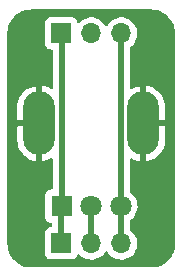
<source format=gbr>
%TF.GenerationSoftware,KiCad,Pcbnew,(6.0.9-0)*%
%TF.CreationDate,2024-06-20T10:22:48+02:00*%
%TF.ProjectId,pot-adapter,706f742d-6164-4617-9074-65722e6b6963,rev?*%
%TF.SameCoordinates,Original*%
%TF.FileFunction,Copper,L1,Top*%
%TF.FilePolarity,Positive*%
%FSLAX46Y46*%
G04 Gerber Fmt 4.6, Leading zero omitted, Abs format (unit mm)*
G04 Created by KiCad (PCBNEW (6.0.9-0)) date 2024-06-20 10:22:48*
%MOMM*%
%LPD*%
G01*
G04 APERTURE LIST*
%TA.AperFunction,ComponentPad*%
%ADD10R,1.700000X1.700000*%
%TD*%
%TA.AperFunction,ComponentPad*%
%ADD11O,1.700000X1.700000*%
%TD*%
%TA.AperFunction,ComponentPad*%
%ADD12O,2.700000X5.400000*%
%TD*%
%TA.AperFunction,ComponentPad*%
%ADD13R,1.800000X1.800000*%
%TD*%
%TA.AperFunction,ComponentPad*%
%ADD14C,1.800000*%
%TD*%
%TA.AperFunction,Conductor*%
%ADD15C,0.500000*%
%TD*%
G04 APERTURE END LIST*
D10*
%TO.P,J2,1,Pin_1*%
%TO.N,/pin1*%
X109220000Y-111760000D03*
D11*
%TO.P,J2,2,Pin_2*%
%TO.N,/pin2*%
X111760000Y-111760000D03*
%TO.P,J2,3,Pin_3*%
%TO.N,/pin3*%
X114300000Y-111760000D03*
%TD*%
D10*
%TO.P,J1,1,Pin_1*%
%TO.N,/pin1*%
X109220000Y-129540000D03*
D11*
%TO.P,J1,2,Pin_2*%
%TO.N,/pin2*%
X111760000Y-129540000D03*
%TO.P,J1,3,Pin_3*%
%TO.N,/pin3*%
X114300000Y-129540000D03*
%TD*%
D12*
%TO.P,RV1,0,ShieldPin*%
%TO.N,/mounting*%
X107360000Y-119380000D03*
X116160000Y-119380000D03*
D13*
%TO.P,RV1,1,1*%
%TO.N,/pin1*%
X109260000Y-126380000D03*
D14*
%TO.P,RV1,2,2*%
%TO.N,/pin2*%
X111760000Y-126380000D03*
%TO.P,RV1,3,3*%
%TO.N,/pin3*%
X114260000Y-126380000D03*
%TD*%
D15*
%TO.N,/pin1*%
X109220000Y-129540000D02*
X109220000Y-126420000D01*
X109260000Y-126380000D02*
X109260000Y-111800000D01*
X109260000Y-111800000D02*
X109220000Y-111760000D01*
X109220000Y-126420000D02*
X109260000Y-126380000D01*
%TO.N,/pin2*%
X111760000Y-129540000D02*
X111760000Y-126380000D01*
%TO.N,/pin3*%
X114300000Y-126420000D02*
X114260000Y-126380000D01*
X114260000Y-111800000D02*
X114300000Y-111760000D01*
X114260000Y-126380000D02*
X114260000Y-111800000D01*
X114300000Y-129540000D02*
X114300000Y-126420000D01*
%TD*%
%TA.AperFunction,Conductor*%
%TO.N,/mounting*%
G36*
X116810018Y-109730000D02*
G01*
X116824851Y-109732310D01*
X116824855Y-109732310D01*
X116833724Y-109733691D01*
X116842626Y-109732527D01*
X116842629Y-109732527D01*
X116850012Y-109731561D01*
X116874591Y-109730767D01*
X116901442Y-109732527D01*
X117096922Y-109745340D01*
X117113262Y-109747491D01*
X117235477Y-109771801D01*
X117357696Y-109796112D01*
X117373606Y-109800375D01*
X117609600Y-109880484D01*
X117624826Y-109886791D01*
X117848342Y-109997016D01*
X117862616Y-110005257D01*
X118069829Y-110143713D01*
X118082905Y-110153746D01*
X118270278Y-110318068D01*
X118281932Y-110329722D01*
X118446254Y-110517095D01*
X118456287Y-110530171D01*
X118594743Y-110737384D01*
X118602984Y-110751658D01*
X118713209Y-110975174D01*
X118719515Y-110990398D01*
X118799625Y-111226394D01*
X118803889Y-111242307D01*
X118852509Y-111486738D01*
X118854660Y-111503078D01*
X118868763Y-111718236D01*
X118867733Y-111741350D01*
X118867690Y-111744854D01*
X118866309Y-111753724D01*
X118867473Y-111762626D01*
X118867473Y-111762628D01*
X118870436Y-111785283D01*
X118871500Y-111801621D01*
X118871500Y-129490633D01*
X118870000Y-129510018D01*
X118867690Y-129524851D01*
X118867690Y-129524855D01*
X118866309Y-129533724D01*
X118867473Y-129542626D01*
X118867473Y-129542629D01*
X118868439Y-129550012D01*
X118869233Y-129574591D01*
X118854660Y-129796922D01*
X118852509Y-129813262D01*
X118808034Y-130036857D01*
X118803889Y-130057693D01*
X118799625Y-130073606D01*
X118744012Y-130237438D01*
X118719516Y-130309600D01*
X118713209Y-130324826D01*
X118602984Y-130548342D01*
X118594743Y-130562616D01*
X118456287Y-130769829D01*
X118446254Y-130782905D01*
X118281932Y-130970278D01*
X118270278Y-130981932D01*
X118082905Y-131146254D01*
X118069829Y-131156287D01*
X117862616Y-131294743D01*
X117848342Y-131302984D01*
X117624826Y-131413209D01*
X117609602Y-131419515D01*
X117373606Y-131499625D01*
X117357696Y-131503888D01*
X117235478Y-131528199D01*
X117113262Y-131552509D01*
X117096922Y-131554660D01*
X116948134Y-131564413D01*
X116881763Y-131568763D01*
X116858650Y-131567733D01*
X116855146Y-131567690D01*
X116846276Y-131566309D01*
X116837374Y-131567473D01*
X116837372Y-131567473D01*
X116823915Y-131569233D01*
X116814714Y-131570436D01*
X116798379Y-131571500D01*
X106729367Y-131571500D01*
X106709982Y-131570000D01*
X106695149Y-131567690D01*
X106695145Y-131567690D01*
X106686276Y-131566309D01*
X106677374Y-131567473D01*
X106677371Y-131567473D01*
X106669988Y-131568439D01*
X106645409Y-131569233D01*
X106600799Y-131566309D01*
X106423078Y-131554660D01*
X106406738Y-131552509D01*
X106284522Y-131528199D01*
X106162304Y-131503888D01*
X106146394Y-131499625D01*
X105910398Y-131419515D01*
X105895174Y-131413209D01*
X105671658Y-131302984D01*
X105657384Y-131294743D01*
X105450171Y-131156287D01*
X105437095Y-131146254D01*
X105249722Y-130981932D01*
X105238068Y-130970278D01*
X105073746Y-130782905D01*
X105063713Y-130769829D01*
X104925257Y-130562616D01*
X104917016Y-130548342D01*
X104806791Y-130324826D01*
X104800484Y-130309600D01*
X104775988Y-130237438D01*
X104720375Y-130073606D01*
X104716111Y-130057693D01*
X104711967Y-130036857D01*
X104667491Y-129813262D01*
X104665340Y-129796922D01*
X104651476Y-129585407D01*
X104652650Y-129562232D01*
X104652334Y-129562204D01*
X104652770Y-129557344D01*
X104653576Y-129552552D01*
X104653729Y-129540000D01*
X104649773Y-129512376D01*
X104648500Y-129494514D01*
X104648500Y-120796206D01*
X105502000Y-120796206D01*
X105502165Y-120800777D01*
X105516213Y-120994380D01*
X105517527Y-121003389D01*
X105573689Y-121257769D01*
X105576292Y-121266499D01*
X105668586Y-121510107D01*
X105672421Y-121518368D01*
X105798915Y-121746101D01*
X105803905Y-121753726D01*
X105961946Y-121960809D01*
X105967986Y-121967636D01*
X106154264Y-122149735D01*
X106161226Y-122155618D01*
X106371843Y-122308922D01*
X106379573Y-122313733D01*
X106610122Y-122435031D01*
X106618472Y-122438678D01*
X106864099Y-122525419D01*
X106872894Y-122527825D01*
X107088225Y-122570267D01*
X107101137Y-122569088D01*
X107105939Y-122554174D01*
X107614000Y-122554174D01*
X107618251Y-122568651D01*
X107630512Y-122570714D01*
X107666133Y-122567315D01*
X107675125Y-122565795D01*
X107928158Y-122503878D01*
X107936827Y-122501078D01*
X108178282Y-122403278D01*
X108186449Y-122399259D01*
X108311834Y-122325843D01*
X108380726Y-122308683D01*
X108447959Y-122331494D01*
X108492186Y-122387032D01*
X108501500Y-122434575D01*
X108501500Y-124845500D01*
X108481498Y-124913621D01*
X108427842Y-124960114D01*
X108375500Y-124971500D01*
X108311866Y-124971500D01*
X108249684Y-124978255D01*
X108113295Y-125029385D01*
X107996739Y-125116739D01*
X107909385Y-125233295D01*
X107858255Y-125369684D01*
X107851500Y-125431866D01*
X107851500Y-127328134D01*
X107858255Y-127390316D01*
X107909385Y-127526705D01*
X107996739Y-127643261D01*
X108113295Y-127730615D01*
X108249684Y-127781745D01*
X108311866Y-127788500D01*
X108335500Y-127788500D01*
X108403621Y-127808502D01*
X108450114Y-127862158D01*
X108461500Y-127914500D01*
X108461500Y-128055500D01*
X108441498Y-128123621D01*
X108387842Y-128170114D01*
X108335500Y-128181500D01*
X108321866Y-128181500D01*
X108259684Y-128188255D01*
X108123295Y-128239385D01*
X108006739Y-128326739D01*
X107919385Y-128443295D01*
X107868255Y-128579684D01*
X107861500Y-128641866D01*
X107861500Y-130438134D01*
X107868255Y-130500316D01*
X107919385Y-130636705D01*
X108006739Y-130753261D01*
X108123295Y-130840615D01*
X108259684Y-130891745D01*
X108321866Y-130898500D01*
X110118134Y-130898500D01*
X110180316Y-130891745D01*
X110316705Y-130840615D01*
X110433261Y-130753261D01*
X110520615Y-130636705D01*
X110553741Y-130548342D01*
X110564598Y-130519382D01*
X110607240Y-130462618D01*
X110673802Y-130437918D01*
X110743150Y-130453126D01*
X110777817Y-130481114D01*
X110806250Y-130513938D01*
X110978126Y-130656632D01*
X111171000Y-130769338D01*
X111379692Y-130849030D01*
X111384760Y-130850061D01*
X111384763Y-130850062D01*
X111492017Y-130871883D01*
X111598597Y-130893567D01*
X111603772Y-130893757D01*
X111603774Y-130893757D01*
X111816673Y-130901564D01*
X111816677Y-130901564D01*
X111821837Y-130901753D01*
X111826957Y-130901097D01*
X111826959Y-130901097D01*
X112038288Y-130874025D01*
X112038289Y-130874025D01*
X112043416Y-130873368D01*
X112048366Y-130871883D01*
X112252429Y-130810661D01*
X112252434Y-130810659D01*
X112257384Y-130809174D01*
X112457994Y-130710896D01*
X112639860Y-130581173D01*
X112798096Y-130423489D01*
X112928453Y-130242077D01*
X112929776Y-130243028D01*
X112976645Y-130199857D01*
X113046580Y-130187625D01*
X113112026Y-130215144D01*
X113139875Y-130246994D01*
X113199987Y-130345088D01*
X113346250Y-130513938D01*
X113518126Y-130656632D01*
X113711000Y-130769338D01*
X113919692Y-130849030D01*
X113924760Y-130850061D01*
X113924763Y-130850062D01*
X114032017Y-130871883D01*
X114138597Y-130893567D01*
X114143772Y-130893757D01*
X114143774Y-130893757D01*
X114356673Y-130901564D01*
X114356677Y-130901564D01*
X114361837Y-130901753D01*
X114366957Y-130901097D01*
X114366959Y-130901097D01*
X114578288Y-130874025D01*
X114578289Y-130874025D01*
X114583416Y-130873368D01*
X114588366Y-130871883D01*
X114792429Y-130810661D01*
X114792434Y-130810659D01*
X114797384Y-130809174D01*
X114997994Y-130710896D01*
X115179860Y-130581173D01*
X115338096Y-130423489D01*
X115468453Y-130242077D01*
X115489320Y-130199857D01*
X115565136Y-130046453D01*
X115565137Y-130046451D01*
X115567430Y-130041811D01*
X115599900Y-129934940D01*
X115630865Y-129833023D01*
X115630865Y-129833021D01*
X115632370Y-129828069D01*
X115661529Y-129606590D01*
X115662405Y-129570745D01*
X115663074Y-129543365D01*
X115663074Y-129543361D01*
X115663156Y-129540000D01*
X115644852Y-129317361D01*
X115590431Y-129100702D01*
X115501354Y-128895840D01*
X115380014Y-128708277D01*
X115229670Y-128543051D01*
X115106407Y-128445703D01*
X115065345Y-128387785D01*
X115058500Y-128346821D01*
X115058500Y-127605521D01*
X115078502Y-127537400D01*
X115111332Y-127502942D01*
X115168035Y-127462497D01*
X115168046Y-127462488D01*
X115172243Y-127459494D01*
X115336303Y-127296005D01*
X115471458Y-127107917D01*
X115574078Y-126900280D01*
X115641408Y-126678671D01*
X115671640Y-126449041D01*
X115673327Y-126380000D01*
X115667032Y-126303434D01*
X115654773Y-126154318D01*
X115654772Y-126154312D01*
X115654349Y-126149167D01*
X115597925Y-125924533D01*
X115505570Y-125712131D01*
X115379764Y-125517665D01*
X115223887Y-125346358D01*
X115219836Y-125343159D01*
X115219832Y-125343155D01*
X115066408Y-125221989D01*
X115025345Y-125164072D01*
X115018500Y-125123107D01*
X115018500Y-122437656D01*
X115038502Y-122369535D01*
X115092158Y-122323042D01*
X115162432Y-122312938D01*
X115203167Y-122326147D01*
X115410122Y-122435031D01*
X115418472Y-122438678D01*
X115664099Y-122525419D01*
X115672894Y-122527825D01*
X115888225Y-122570267D01*
X115901137Y-122569088D01*
X115905939Y-122554174D01*
X116414000Y-122554174D01*
X116418251Y-122568651D01*
X116430512Y-122570714D01*
X116466133Y-122567315D01*
X116475125Y-122565795D01*
X116728158Y-122503878D01*
X116736827Y-122501078D01*
X116978282Y-122403278D01*
X116986455Y-122399256D01*
X117211253Y-122267632D01*
X117218765Y-122262469D01*
X117422213Y-122099769D01*
X117428896Y-122093580D01*
X117606733Y-121903206D01*
X117612443Y-121896129D01*
X117760934Y-121682082D01*
X117765571Y-121674241D01*
X117881604Y-121441003D01*
X117885060Y-121432578D01*
X117966212Y-121185026D01*
X117968412Y-121176201D01*
X118013103Y-120918811D01*
X118013950Y-120911193D01*
X118017922Y-120831408D01*
X118018000Y-120828267D01*
X118018000Y-119652115D01*
X118013525Y-119636876D01*
X118012135Y-119635671D01*
X118004452Y-119634000D01*
X116432115Y-119634000D01*
X116416876Y-119638475D01*
X116415671Y-119639865D01*
X116414000Y-119647548D01*
X116414000Y-122554174D01*
X115905939Y-122554174D01*
X115906000Y-122553985D01*
X115906000Y-119107885D01*
X116414000Y-119107885D01*
X116418475Y-119123124D01*
X116419865Y-119124329D01*
X116427548Y-119126000D01*
X117999885Y-119126000D01*
X118015124Y-119121525D01*
X118016329Y-119120135D01*
X118018000Y-119112452D01*
X118018000Y-117963794D01*
X118017835Y-117959223D01*
X118003787Y-117765620D01*
X118002473Y-117756611D01*
X117946311Y-117502231D01*
X117943708Y-117493501D01*
X117851414Y-117249893D01*
X117847579Y-117241632D01*
X117721085Y-117013899D01*
X117716095Y-117006274D01*
X117558054Y-116799191D01*
X117552014Y-116792364D01*
X117365736Y-116610265D01*
X117358774Y-116604382D01*
X117148157Y-116451078D01*
X117140427Y-116446267D01*
X116909878Y-116324969D01*
X116901528Y-116321322D01*
X116655901Y-116234581D01*
X116647106Y-116232175D01*
X116431775Y-116189733D01*
X116418863Y-116190912D01*
X116414000Y-116206015D01*
X116414000Y-119107885D01*
X115906000Y-119107885D01*
X115906000Y-116205826D01*
X115901749Y-116191349D01*
X115889488Y-116189286D01*
X115853867Y-116192685D01*
X115844875Y-116194205D01*
X115591842Y-116256122D01*
X115583173Y-116258922D01*
X115341718Y-116356722D01*
X115333551Y-116360741D01*
X115208166Y-116434157D01*
X115139274Y-116451317D01*
X115072041Y-116428506D01*
X115027814Y-116372968D01*
X115018500Y-116325425D01*
X115018500Y-112981164D01*
X115038502Y-112913043D01*
X115071332Y-112878585D01*
X115175656Y-112804172D01*
X115175659Y-112804170D01*
X115179860Y-112801173D01*
X115338096Y-112643489D01*
X115468453Y-112462077D01*
X115489320Y-112419857D01*
X115565136Y-112266453D01*
X115565137Y-112266451D01*
X115567430Y-112261811D01*
X115632370Y-112048069D01*
X115661529Y-111826590D01*
X115662139Y-111801621D01*
X115663074Y-111763365D01*
X115663074Y-111763361D01*
X115663156Y-111760000D01*
X115644852Y-111537361D01*
X115590431Y-111320702D01*
X115501354Y-111115840D01*
X115380014Y-110928277D01*
X115229670Y-110763051D01*
X115225619Y-110759852D01*
X115225615Y-110759848D01*
X115058414Y-110627800D01*
X115058410Y-110627798D01*
X115054359Y-110624598D01*
X114858789Y-110516638D01*
X114853920Y-110514914D01*
X114853916Y-110514912D01*
X114653087Y-110443795D01*
X114653083Y-110443794D01*
X114648212Y-110442069D01*
X114643119Y-110441162D01*
X114643116Y-110441161D01*
X114433373Y-110403800D01*
X114433367Y-110403799D01*
X114428284Y-110402894D01*
X114354452Y-110401992D01*
X114210081Y-110400228D01*
X114210079Y-110400228D01*
X114204911Y-110400165D01*
X113984091Y-110433955D01*
X113771756Y-110503357D01*
X113573607Y-110606507D01*
X113569474Y-110609610D01*
X113569471Y-110609612D01*
X113399100Y-110737530D01*
X113394965Y-110740635D01*
X113391393Y-110744373D01*
X113283729Y-110857037D01*
X113240629Y-110902138D01*
X113133201Y-111059621D01*
X113078293Y-111104621D01*
X113007768Y-111112792D01*
X112944021Y-111081538D01*
X112923324Y-111057054D01*
X112842822Y-110932617D01*
X112842820Y-110932614D01*
X112840014Y-110928277D01*
X112689670Y-110763051D01*
X112685619Y-110759852D01*
X112685615Y-110759848D01*
X112518414Y-110627800D01*
X112518410Y-110627798D01*
X112514359Y-110624598D01*
X112318789Y-110516638D01*
X112313920Y-110514914D01*
X112313916Y-110514912D01*
X112113087Y-110443795D01*
X112113083Y-110443794D01*
X112108212Y-110442069D01*
X112103119Y-110441162D01*
X112103116Y-110441161D01*
X111893373Y-110403800D01*
X111893367Y-110403799D01*
X111888284Y-110402894D01*
X111814452Y-110401992D01*
X111670081Y-110400228D01*
X111670079Y-110400228D01*
X111664911Y-110400165D01*
X111444091Y-110433955D01*
X111231756Y-110503357D01*
X111033607Y-110606507D01*
X111029474Y-110609610D01*
X111029471Y-110609612D01*
X110859100Y-110737530D01*
X110854965Y-110740635D01*
X110798537Y-110799684D01*
X110774283Y-110825064D01*
X110712759Y-110860494D01*
X110641846Y-110857037D01*
X110584060Y-110815791D01*
X110565207Y-110782243D01*
X110523767Y-110671703D01*
X110520615Y-110663295D01*
X110433261Y-110546739D01*
X110316705Y-110459385D01*
X110180316Y-110408255D01*
X110118134Y-110401500D01*
X108321866Y-110401500D01*
X108259684Y-110408255D01*
X108123295Y-110459385D01*
X108006739Y-110546739D01*
X107919385Y-110663295D01*
X107868255Y-110799684D01*
X107861500Y-110861866D01*
X107861500Y-112658134D01*
X107868255Y-112720316D01*
X107919385Y-112856705D01*
X108006739Y-112973261D01*
X108123295Y-113060615D01*
X108259684Y-113111745D01*
X108321866Y-113118500D01*
X108375500Y-113118500D01*
X108443621Y-113138502D01*
X108490114Y-113192158D01*
X108501500Y-113244500D01*
X108501500Y-116322344D01*
X108481498Y-116390465D01*
X108427842Y-116436958D01*
X108357568Y-116447062D01*
X108316833Y-116433853D01*
X108109878Y-116324969D01*
X108101528Y-116321322D01*
X107855901Y-116234581D01*
X107847106Y-116232175D01*
X107631775Y-116189733D01*
X107618863Y-116190912D01*
X107614000Y-116206015D01*
X107614000Y-122554174D01*
X107105939Y-122554174D01*
X107106000Y-122553985D01*
X107106000Y-119652115D01*
X107101525Y-119636876D01*
X107100135Y-119635671D01*
X107092452Y-119634000D01*
X105520115Y-119634000D01*
X105504876Y-119638475D01*
X105503671Y-119639865D01*
X105502000Y-119647548D01*
X105502000Y-120796206D01*
X104648500Y-120796206D01*
X104648500Y-119107885D01*
X105502000Y-119107885D01*
X105506475Y-119123124D01*
X105507865Y-119124329D01*
X105515548Y-119126000D01*
X107087885Y-119126000D01*
X107103124Y-119121525D01*
X107104329Y-119120135D01*
X107106000Y-119112452D01*
X107106000Y-116205826D01*
X107101749Y-116191349D01*
X107089488Y-116189286D01*
X107053867Y-116192685D01*
X107044875Y-116194205D01*
X106791842Y-116256122D01*
X106783173Y-116258922D01*
X106541718Y-116356722D01*
X106533545Y-116360744D01*
X106308747Y-116492368D01*
X106301235Y-116497531D01*
X106097787Y-116660231D01*
X106091104Y-116666420D01*
X105913267Y-116856794D01*
X105907557Y-116863871D01*
X105759066Y-117077918D01*
X105754429Y-117085759D01*
X105638396Y-117318997D01*
X105634940Y-117327422D01*
X105553788Y-117574974D01*
X105551588Y-117583799D01*
X105506897Y-117841189D01*
X105506050Y-117848807D01*
X105502078Y-117928592D01*
X105502000Y-117931733D01*
X105502000Y-119107885D01*
X104648500Y-119107885D01*
X104648500Y-111813250D01*
X104650246Y-111792345D01*
X104652770Y-111777344D01*
X104652770Y-111777341D01*
X104653576Y-111772552D01*
X104653729Y-111760000D01*
X104652003Y-111747947D01*
X104651001Y-111721845D01*
X104665340Y-111503078D01*
X104667491Y-111486738D01*
X104716111Y-111242307D01*
X104720375Y-111226394D01*
X104800485Y-110990398D01*
X104806791Y-110975174D01*
X104917016Y-110751658D01*
X104925257Y-110737384D01*
X105063713Y-110530171D01*
X105073746Y-110517095D01*
X105238068Y-110329722D01*
X105249722Y-110318068D01*
X105437095Y-110153746D01*
X105450171Y-110143713D01*
X105657384Y-110005257D01*
X105671658Y-109997016D01*
X105895174Y-109886791D01*
X105910400Y-109880484D01*
X106146394Y-109800375D01*
X106162304Y-109796112D01*
X106284523Y-109771801D01*
X106406738Y-109747491D01*
X106423078Y-109745340D01*
X106571866Y-109735587D01*
X106638237Y-109731237D01*
X106661350Y-109732267D01*
X106664854Y-109732310D01*
X106673724Y-109733691D01*
X106682626Y-109732527D01*
X106682628Y-109732527D01*
X106699449Y-109730327D01*
X106705286Y-109729564D01*
X106721621Y-109728500D01*
X116790633Y-109728500D01*
X116810018Y-109730000D01*
G37*
%TD.AperFunction*%
%TD*%
M02*

</source>
